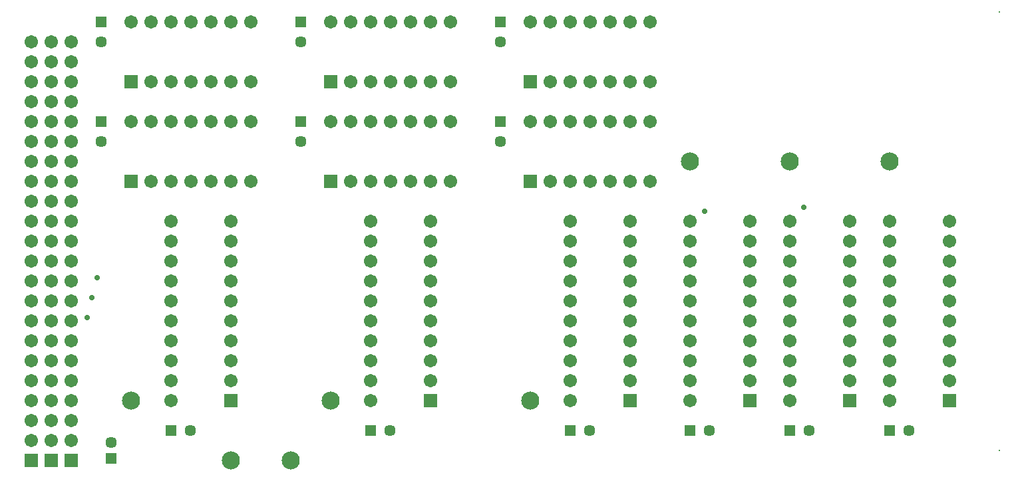
<source format=gts>
G04*
G04 #@! TF.GenerationSoftware,Altium Limited,Altium Designer,21.9.1 (22)*
G04*
G04 Layer_Color=8388736*
%FSLAX25Y25*%
%MOIN*%
G70*
G04*
G04 #@! TF.SameCoordinates,C36DE706-C3DD-45C2-BE98-4B0F91E105AC*
G04*
G04*
G04 #@! TF.FilePolarity,Negative*
G04*
G01*
G75*
%ADD15R,0.06706X0.06706*%
%ADD16C,0.06706*%
%ADD17C,0.06706*%
%ADD18C,0.09068*%
%ADD19R,0.05721X0.05721*%
%ADD20C,0.05721*%
%ADD21R,0.05721X0.05721*%
%ADD22R,0.06706X0.06706*%
%ADD23R,0.06706X0.06706*%
%ADD24C,0.00800*%
%ADD25C,0.02800*%
D15*
X470000Y150000D02*
D03*
X210000D02*
D03*
X570000D02*
D03*
X520000D02*
D03*
X410000D02*
D03*
X310000D02*
D03*
D16*
X470000Y160000D02*
D03*
Y170000D02*
D03*
Y180000D02*
D03*
Y190000D02*
D03*
Y200000D02*
D03*
Y210000D02*
D03*
Y220000D02*
D03*
Y230000D02*
D03*
Y240000D02*
D03*
X440000Y150000D02*
D03*
Y170000D02*
D03*
Y180000D02*
D03*
Y190000D02*
D03*
Y200000D02*
D03*
Y210000D02*
D03*
Y220000D02*
D03*
Y230000D02*
D03*
Y240000D02*
D03*
X210000Y160000D02*
D03*
Y170000D02*
D03*
Y180000D02*
D03*
Y190000D02*
D03*
Y200000D02*
D03*
Y210000D02*
D03*
Y220000D02*
D03*
Y230000D02*
D03*
Y240000D02*
D03*
X180000Y150000D02*
D03*
Y170000D02*
D03*
Y180000D02*
D03*
Y190000D02*
D03*
Y200000D02*
D03*
Y210000D02*
D03*
Y220000D02*
D03*
Y230000D02*
D03*
Y240000D02*
D03*
X540000D02*
D03*
Y230000D02*
D03*
Y220000D02*
D03*
Y210000D02*
D03*
Y200000D02*
D03*
Y190000D02*
D03*
Y180000D02*
D03*
Y170000D02*
D03*
Y150000D02*
D03*
X570000Y240000D02*
D03*
Y230000D02*
D03*
Y220000D02*
D03*
Y210000D02*
D03*
Y200000D02*
D03*
Y190000D02*
D03*
Y180000D02*
D03*
Y170000D02*
D03*
Y160000D02*
D03*
X490000Y240000D02*
D03*
Y230000D02*
D03*
Y220000D02*
D03*
Y210000D02*
D03*
Y200000D02*
D03*
Y190000D02*
D03*
Y180000D02*
D03*
Y170000D02*
D03*
Y150000D02*
D03*
X520000Y240000D02*
D03*
Y230000D02*
D03*
Y220000D02*
D03*
Y210000D02*
D03*
Y200000D02*
D03*
Y190000D02*
D03*
Y180000D02*
D03*
Y170000D02*
D03*
Y160000D02*
D03*
X370000Y260000D02*
D03*
X380000D02*
D03*
X390000D02*
D03*
X400000D02*
D03*
X410000D02*
D03*
X420000D02*
D03*
X360000Y290000D02*
D03*
X370000D02*
D03*
X380000D02*
D03*
X390000D02*
D03*
X400000D02*
D03*
X410000D02*
D03*
X420000D02*
D03*
X380000Y240000D02*
D03*
Y230000D02*
D03*
Y220000D02*
D03*
Y210000D02*
D03*
Y200000D02*
D03*
Y190000D02*
D03*
Y180000D02*
D03*
Y170000D02*
D03*
Y150000D02*
D03*
X410000Y240000D02*
D03*
Y230000D02*
D03*
Y220000D02*
D03*
Y210000D02*
D03*
Y200000D02*
D03*
Y190000D02*
D03*
Y180000D02*
D03*
Y170000D02*
D03*
Y160000D02*
D03*
X370000Y310000D02*
D03*
X380000D02*
D03*
X390000D02*
D03*
X400000D02*
D03*
X410000D02*
D03*
X420000D02*
D03*
X360000Y340000D02*
D03*
X370000D02*
D03*
X380000D02*
D03*
X390000D02*
D03*
X400000D02*
D03*
X410000D02*
D03*
X420000D02*
D03*
X270000Y260000D02*
D03*
X280000D02*
D03*
X290000D02*
D03*
X300000D02*
D03*
X310000D02*
D03*
X320000D02*
D03*
X260000Y290000D02*
D03*
X270000D02*
D03*
X280000D02*
D03*
X290000D02*
D03*
X300000D02*
D03*
X310000D02*
D03*
X320000D02*
D03*
X280000Y240000D02*
D03*
Y230000D02*
D03*
Y220000D02*
D03*
Y210000D02*
D03*
Y200000D02*
D03*
Y190000D02*
D03*
Y180000D02*
D03*
Y170000D02*
D03*
Y150000D02*
D03*
X310000Y240000D02*
D03*
Y230000D02*
D03*
Y220000D02*
D03*
Y210000D02*
D03*
Y200000D02*
D03*
Y190000D02*
D03*
Y180000D02*
D03*
Y170000D02*
D03*
Y160000D02*
D03*
X270000Y310000D02*
D03*
X280000D02*
D03*
X290000D02*
D03*
X300000D02*
D03*
X310000D02*
D03*
X320000D02*
D03*
X260000Y340000D02*
D03*
X270000D02*
D03*
X280000D02*
D03*
X290000D02*
D03*
X300000D02*
D03*
X310000D02*
D03*
X320000D02*
D03*
X170000Y260000D02*
D03*
X180000D02*
D03*
X190000D02*
D03*
X200000D02*
D03*
X210000D02*
D03*
X220000D02*
D03*
X160000Y290000D02*
D03*
X170000D02*
D03*
X180000D02*
D03*
X190000D02*
D03*
X200000D02*
D03*
X210000D02*
D03*
X220000D02*
D03*
X170000Y310000D02*
D03*
X180000D02*
D03*
X190000D02*
D03*
X200000D02*
D03*
X210000D02*
D03*
X220000D02*
D03*
X160000Y340000D02*
D03*
X170000D02*
D03*
X180000D02*
D03*
X190000D02*
D03*
X200000D02*
D03*
X210000D02*
D03*
X220000D02*
D03*
D17*
X440000Y160000D02*
D03*
X120000Y130000D02*
D03*
Y140000D02*
D03*
Y150000D02*
D03*
Y160000D02*
D03*
Y170000D02*
D03*
Y180000D02*
D03*
Y190000D02*
D03*
Y200000D02*
D03*
Y210000D02*
D03*
Y220000D02*
D03*
Y230000D02*
D03*
Y240000D02*
D03*
Y250000D02*
D03*
Y260000D02*
D03*
Y270000D02*
D03*
Y280000D02*
D03*
Y290000D02*
D03*
Y300000D02*
D03*
Y310000D02*
D03*
Y320000D02*
D03*
Y330000D02*
D03*
X130000Y130000D02*
D03*
Y140000D02*
D03*
Y150000D02*
D03*
Y160000D02*
D03*
Y170000D02*
D03*
Y180000D02*
D03*
Y190000D02*
D03*
Y200000D02*
D03*
Y210000D02*
D03*
Y220000D02*
D03*
Y230000D02*
D03*
Y240000D02*
D03*
Y250000D02*
D03*
Y260000D02*
D03*
Y270000D02*
D03*
Y280000D02*
D03*
Y290000D02*
D03*
Y300000D02*
D03*
Y310000D02*
D03*
Y320000D02*
D03*
Y330000D02*
D03*
X180000Y160000D02*
D03*
X540000D02*
D03*
X490000D02*
D03*
X380000D02*
D03*
X280000D02*
D03*
X110000Y330000D02*
D03*
Y320000D02*
D03*
Y310000D02*
D03*
Y300000D02*
D03*
Y290000D02*
D03*
Y280000D02*
D03*
Y270000D02*
D03*
Y260000D02*
D03*
Y250000D02*
D03*
Y240000D02*
D03*
Y230000D02*
D03*
Y220000D02*
D03*
Y210000D02*
D03*
Y200000D02*
D03*
Y190000D02*
D03*
Y180000D02*
D03*
Y170000D02*
D03*
Y160000D02*
D03*
Y150000D02*
D03*
Y140000D02*
D03*
Y130000D02*
D03*
D18*
X490000Y270000D02*
D03*
X440000D02*
D03*
X540000D02*
D03*
X360000Y150000D02*
D03*
X260000D02*
D03*
X160000D02*
D03*
X210000Y120000D02*
D03*
X240000D02*
D03*
D19*
X150000Y121063D02*
D03*
X345000Y290000D02*
D03*
Y340000D02*
D03*
X245000D02*
D03*
Y290000D02*
D03*
X145000D02*
D03*
Y340000D02*
D03*
D20*
X150000Y128937D02*
D03*
X345000Y280157D02*
D03*
Y330157D02*
D03*
X245000D02*
D03*
Y280157D02*
D03*
X145000D02*
D03*
Y330157D02*
D03*
X189842Y135000D02*
D03*
X289843D02*
D03*
X389843D02*
D03*
X449843D02*
D03*
X499843D02*
D03*
X549843D02*
D03*
D21*
X180000D02*
D03*
X280000D02*
D03*
X380000D02*
D03*
X440000D02*
D03*
X490000D02*
D03*
X540000D02*
D03*
D22*
X120000Y120000D02*
D03*
X130000D02*
D03*
X110000D02*
D03*
D23*
X360000Y260000D02*
D03*
Y310000D02*
D03*
X260000Y260000D02*
D03*
Y310000D02*
D03*
X160000Y260000D02*
D03*
Y310000D02*
D03*
D24*
X595000Y125000D02*
D03*
Y345000D02*
D03*
D25*
X447500Y245000D02*
D03*
X497000Y247000D02*
D03*
X140500Y201600D02*
D03*
X143000Y211600D02*
D03*
X138000Y191600D02*
D03*
M02*

</source>
